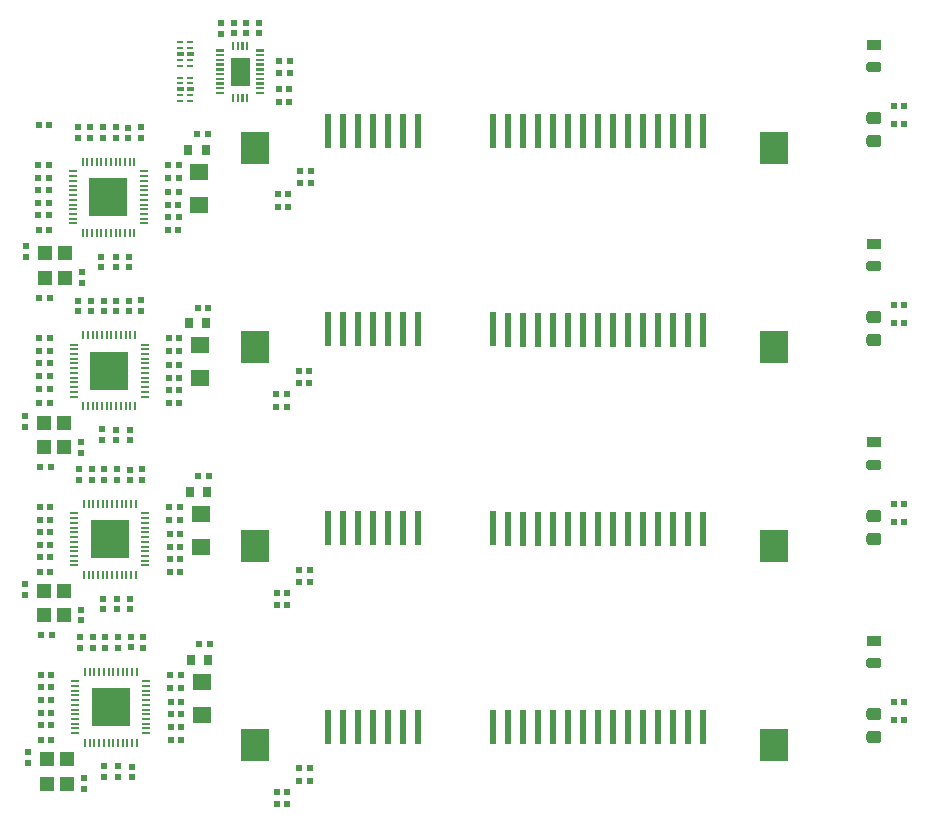
<source format=gtp>
G04*
G04 #@! TF.GenerationSoftware,Altium Limited,Altium Designer,24.0.1 (36)*
G04*
G04 Layer_Color=8421504*
%FSLAX44Y44*%
%MOMM*%
G71*
G04*
G04 #@! TF.SameCoordinates,86479D1D-582F-4F93-B16F-34CC7BD45DDA*
G04*
G04*
G04 #@! TF.FilePolarity,Positive*
G04*
G01*
G75*
%ADD18R,2.4000X2.8000*%
%ADD19R,0.6000X2.9000*%
%ADD20O,0.7000X0.2000*%
%ADD21O,0.2000X0.7000*%
%ADD22R,3.3000X3.3000*%
%ADD23R,0.5000X0.5000*%
%ADD24R,0.5000X0.5000*%
%ADD25R,1.6500X1.4000*%
%ADD26R,0.5650X0.2000*%
%ADD27R,1.2000X1.3000*%
%ADD28R,0.7500X0.8500*%
G04:AMPARAMS|DCode=29|XSize=1.27mm|YSize=1.016mm|CornerRadius=0.254mm|HoleSize=0mm|Usage=FLASHONLY|Rotation=180.000|XOffset=0mm|YOffset=0mm|HoleType=Round|Shape=RoundedRectangle|*
%AMROUNDEDRECTD29*
21,1,1.2700,0.5080,0,0,180.0*
21,1,0.7620,1.0160,0,0,180.0*
1,1,0.5080,-0.3810,0.2540*
1,1,0.5080,0.3810,0.2540*
1,1,0.5080,0.3810,-0.2540*
1,1,0.5080,-0.3810,-0.2540*
%
%ADD29ROUNDEDRECTD29*%
G04:AMPARAMS|DCode=30|XSize=1.27mm|YSize=0.889mm|CornerRadius=0mm|HoleSize=0mm|Usage=FLASHONLY|Rotation=0.000|XOffset=0mm|YOffset=0mm|HoleType=Round|Shape=Octagon|*
%AMOCTAGOND30*
4,1,8,0.6350,-0.2223,0.6350,0.2223,0.4128,0.4445,-0.4128,0.4445,-0.6350,0.2223,-0.6350,-0.2223,-0.4128,-0.4445,0.4128,-0.4445,0.6350,-0.2223,0.0*
%
%ADD30OCTAGOND30*%

%ADD31R,1.2700X0.8890*%
G36*
X211978Y644103D02*
X209979D01*
Y651104D01*
X211978D01*
Y644103D01*
D02*
G37*
G36*
X207978D02*
X205978D01*
Y651104D01*
X207978D01*
Y644103D01*
D02*
G37*
G36*
X203978D02*
X201978D01*
Y651104D01*
X203978D01*
Y644103D01*
D02*
G37*
G36*
X199977D02*
X197977D01*
Y651104D01*
X199977D01*
Y644103D01*
D02*
G37*
G36*
X225478Y642604D02*
X218477D01*
Y644604D01*
X225478D01*
Y642604D01*
D02*
G37*
G36*
X191478Y642601D02*
X184478D01*
Y644602D01*
X191478D01*
Y642601D01*
D02*
G37*
G36*
X165607Y638628D02*
X159957D01*
Y642228D01*
X165607D01*
Y638628D01*
D02*
G37*
G36*
X157257D02*
X151607D01*
Y642228D01*
X157257D01*
Y638628D01*
D02*
G37*
G36*
X225478Y638601D02*
X218478D01*
Y640602D01*
X225478D01*
Y638601D01*
D02*
G37*
G36*
X191478Y638601D02*
X184478D01*
Y640601D01*
X191478D01*
Y638601D01*
D02*
G37*
G36*
Y634603D02*
X184478D01*
Y636603D01*
X191478D01*
Y634603D01*
D02*
G37*
G36*
X225478Y634601D02*
X218478D01*
Y636601D01*
X225478D01*
Y634601D01*
D02*
G37*
G36*
Y630603D02*
X218478D01*
Y632603D01*
X225478D01*
Y630603D01*
D02*
G37*
G36*
X191478Y630602D02*
X184478D01*
Y632603D01*
X191478D01*
Y630602D01*
D02*
G37*
G36*
X225478Y626603D02*
X218478D01*
Y628602D01*
X225478D01*
Y626603D01*
D02*
G37*
G36*
X191478Y626602D02*
X184478D01*
Y628602D01*
X191478D01*
Y626602D01*
D02*
G37*
G36*
X225478Y622602D02*
X218478D01*
Y624602D01*
X225478D01*
Y622602D01*
D02*
G37*
G36*
X191478Y622602D02*
X184478D01*
Y624602D01*
X191478D01*
Y622602D01*
D02*
G37*
G36*
X225478Y618601D02*
X218478D01*
Y620602D01*
X225478D01*
Y618601D01*
D02*
G37*
G36*
X191478Y618601D02*
X184478D01*
Y620601D01*
X191478D01*
Y618601D01*
D02*
G37*
G36*
Y614603D02*
X184478D01*
Y616603D01*
X191478D01*
Y614603D01*
D02*
G37*
G36*
X225478Y614601D02*
X218478D01*
Y616601D01*
X225478D01*
Y614601D01*
D02*
G37*
G36*
X212978Y613602D02*
X196978D01*
Y637602D01*
X212978D01*
Y613602D01*
D02*
G37*
G36*
X225478Y610603D02*
X218478D01*
Y612603D01*
X225478D01*
Y610603D01*
D02*
G37*
G36*
X191478Y610602D02*
X184478D01*
Y612603D01*
X191478D01*
Y610602D01*
D02*
G37*
G36*
X165607Y608896D02*
X159957D01*
Y612496D01*
X165607D01*
Y608896D01*
D02*
G37*
G36*
X157257D02*
X151607D01*
Y612496D01*
X157257D01*
Y608896D01*
D02*
G37*
G36*
X225478Y606603D02*
X218478D01*
Y608602D01*
X225478D01*
Y606603D01*
D02*
G37*
G36*
X191479Y606600D02*
X184478D01*
Y608601D01*
X191479D01*
Y606600D01*
D02*
G37*
G36*
X211979Y600100D02*
X209979D01*
Y607101D01*
X211979D01*
Y600100D01*
D02*
G37*
G36*
X207978D02*
X205979D01*
Y607101D01*
X207978D01*
Y600100D01*
D02*
G37*
G36*
X203978D02*
X201978D01*
Y607101D01*
X203978D01*
Y600100D01*
D02*
G37*
G36*
X199977D02*
X197978D01*
Y607101D01*
X199977D01*
Y600100D01*
D02*
G37*
D18*
X217504Y560726D02*
D03*
X656904D02*
D03*
Y55896D02*
D03*
X217504D02*
D03*
X656904Y224125D02*
D03*
X217504D02*
D03*
X656904Y392425D02*
D03*
X217504D02*
D03*
D19*
X279604Y575726D02*
D03*
X292304D02*
D03*
X305004D02*
D03*
X317703D02*
D03*
X330404D02*
D03*
X343103D02*
D03*
X355803D02*
D03*
X419304D02*
D03*
X432004D02*
D03*
X444703D02*
D03*
X457403D02*
D03*
X470103D02*
D03*
X482803D02*
D03*
X495504D02*
D03*
X508204D02*
D03*
X520904D02*
D03*
X533604D02*
D03*
X546303D02*
D03*
X559003D02*
D03*
X571703D02*
D03*
X584403D02*
D03*
X597104D02*
D03*
Y70416D02*
D03*
X584403D02*
D03*
X571703D02*
D03*
X559003D02*
D03*
X546303D02*
D03*
X533604D02*
D03*
X520904D02*
D03*
X508204D02*
D03*
X495504Y70655D02*
D03*
X482803D02*
D03*
X470103D02*
D03*
X457403D02*
D03*
X444703D02*
D03*
X432004D02*
D03*
X419304Y70896D02*
D03*
X355803D02*
D03*
X343103D02*
D03*
X330404D02*
D03*
X317703D02*
D03*
X305004D02*
D03*
X292304D02*
D03*
X279604Y71136D02*
D03*
X559003Y238645D02*
D03*
X533604D02*
D03*
X482803Y238885D02*
D03*
X470103D02*
D03*
X355803Y239125D02*
D03*
X279604Y239366D02*
D03*
X559003Y406945D02*
D03*
X533604D02*
D03*
X482803Y407186D02*
D03*
X470103D02*
D03*
X355803Y407425D02*
D03*
X279604Y407665D02*
D03*
X317703Y239125D02*
D03*
Y407425D02*
D03*
X597104Y238645D02*
D03*
X584403D02*
D03*
X571703D02*
D03*
X546303D02*
D03*
X520904D02*
D03*
X508204D02*
D03*
X495504Y238885D02*
D03*
X457403D02*
D03*
X444703D02*
D03*
X432004D02*
D03*
X419304Y239125D02*
D03*
X343103D02*
D03*
X330404D02*
D03*
X305004D02*
D03*
X292304D02*
D03*
X597104Y406945D02*
D03*
X584403D02*
D03*
X571703D02*
D03*
X546303D02*
D03*
X520904D02*
D03*
X508204D02*
D03*
X495504Y407186D02*
D03*
X457403D02*
D03*
X444703D02*
D03*
X432004D02*
D03*
X419304Y407425D02*
D03*
X343103D02*
D03*
X330404D02*
D03*
X305004D02*
D03*
X292304D02*
D03*
D20*
X63980Y350618D02*
D03*
Y354618D02*
D03*
Y362618D02*
D03*
Y358618D02*
D03*
Y378618D02*
D03*
Y382618D02*
D03*
Y370618D02*
D03*
Y374618D02*
D03*
Y390618D02*
D03*
Y394618D02*
D03*
Y386618D02*
D03*
Y366618D02*
D03*
X123980Y350618D02*
D03*
Y354618D02*
D03*
Y362618D02*
D03*
Y366618D02*
D03*
Y358618D02*
D03*
Y378618D02*
D03*
Y382618D02*
D03*
Y370618D02*
D03*
Y374618D02*
D03*
Y390618D02*
D03*
Y394618D02*
D03*
Y386618D02*
D03*
X63472Y501176D02*
D03*
Y505176D02*
D03*
X64626Y211616D02*
D03*
Y215616D02*
D03*
X65504Y69630D02*
D03*
Y73630D02*
D03*
X63472Y533176D02*
D03*
Y541176D02*
D03*
X64626Y243616D02*
D03*
Y251616D02*
D03*
X65504Y101630D02*
D03*
Y109630D02*
D03*
Y81630D02*
D03*
X64626Y223616D02*
D03*
X65504Y85630D02*
D03*
X64626Y227616D02*
D03*
X63472Y513176D02*
D03*
Y517176D02*
D03*
Y537176D02*
D03*
Y529176D02*
D03*
Y525176D02*
D03*
Y521176D02*
D03*
Y509176D02*
D03*
Y497176D02*
D03*
X123472D02*
D03*
Y501176D02*
D03*
Y505176D02*
D03*
Y509176D02*
D03*
Y513176D02*
D03*
Y517176D02*
D03*
Y521176D02*
D03*
Y525176D02*
D03*
Y529176D02*
D03*
Y533176D02*
D03*
Y537176D02*
D03*
Y541176D02*
D03*
X65504Y105630D02*
D03*
Y97630D02*
D03*
Y93630D02*
D03*
Y89630D02*
D03*
Y77630D02*
D03*
Y65630D02*
D03*
X125504D02*
D03*
Y69630D02*
D03*
Y73630D02*
D03*
Y77630D02*
D03*
Y81630D02*
D03*
Y85630D02*
D03*
Y89630D02*
D03*
Y93630D02*
D03*
Y97630D02*
D03*
Y101630D02*
D03*
Y105630D02*
D03*
Y109630D02*
D03*
X64626Y247616D02*
D03*
Y239616D02*
D03*
Y235616D02*
D03*
Y231616D02*
D03*
Y219616D02*
D03*
Y207616D02*
D03*
X124626D02*
D03*
Y211616D02*
D03*
Y215616D02*
D03*
Y219616D02*
D03*
Y223616D02*
D03*
Y227616D02*
D03*
Y231616D02*
D03*
Y235616D02*
D03*
Y239616D02*
D03*
Y243616D02*
D03*
Y247616D02*
D03*
Y251616D02*
D03*
D21*
X87980Y342618D02*
D03*
X83980D02*
D03*
X71980D02*
D03*
X79980D02*
D03*
X75980D02*
D03*
X87980Y402618D02*
D03*
X71980D02*
D03*
X83980D02*
D03*
X75980D02*
D03*
X79980D02*
D03*
X107980Y342618D02*
D03*
X103980D02*
D03*
X115980D02*
D03*
X111980D02*
D03*
X91980D02*
D03*
X99980D02*
D03*
X95980D02*
D03*
X111980Y402618D02*
D03*
X115980D02*
D03*
X95980D02*
D03*
X91980D02*
D03*
X107980D02*
D03*
X99980D02*
D03*
X103980D02*
D03*
X115472Y549176D02*
D03*
X111472D02*
D03*
X107472D02*
D03*
X103472D02*
D03*
X99472D02*
D03*
X95472D02*
D03*
X91472D02*
D03*
X87472D02*
D03*
X83472D02*
D03*
X79472D02*
D03*
X75472D02*
D03*
X71472D02*
D03*
Y489176D02*
D03*
X75472D02*
D03*
X79472D02*
D03*
X83472D02*
D03*
X87472D02*
D03*
X91472D02*
D03*
X95472D02*
D03*
X99472D02*
D03*
X103472D02*
D03*
X107472D02*
D03*
X111472D02*
D03*
X115472D02*
D03*
X117504Y117630D02*
D03*
X113504D02*
D03*
X109504D02*
D03*
X105504D02*
D03*
X101504D02*
D03*
X97504D02*
D03*
X93504D02*
D03*
X89504D02*
D03*
X85504D02*
D03*
X81504D02*
D03*
X77504D02*
D03*
X73504D02*
D03*
Y57630D02*
D03*
X77504D02*
D03*
X81504D02*
D03*
X85504D02*
D03*
X89504D02*
D03*
X93504D02*
D03*
X97504D02*
D03*
X101504D02*
D03*
X105504D02*
D03*
X109504D02*
D03*
X113504D02*
D03*
X117504D02*
D03*
X116626Y259616D02*
D03*
X112626D02*
D03*
X108626D02*
D03*
X104626D02*
D03*
X100626D02*
D03*
X96626D02*
D03*
X92626D02*
D03*
X88626D02*
D03*
X84626D02*
D03*
X80626D02*
D03*
X76626D02*
D03*
X72626D02*
D03*
Y199616D02*
D03*
X76626D02*
D03*
X80626D02*
D03*
X84626D02*
D03*
X88626D02*
D03*
X92626D02*
D03*
X96626D02*
D03*
X100626D02*
D03*
X104626D02*
D03*
X108626D02*
D03*
X112626D02*
D03*
X116626D02*
D03*
D22*
X93980Y372618D02*
D03*
X93472Y519176D02*
D03*
X95504Y87630D02*
D03*
X94626Y229616D02*
D03*
D23*
X87376Y469066D02*
D03*
Y460066D02*
D03*
X79386Y288909D02*
D03*
Y279909D02*
D03*
X113030Y37270D02*
D03*
Y28770D02*
D03*
X188976Y666932D02*
D03*
Y657932D02*
D03*
X210312Y666614D02*
D03*
X199644Y666682D02*
D03*
X221234Y666614D02*
D03*
X68072Y422911D02*
D03*
X67564Y569469D02*
D03*
X69596Y137923D02*
D03*
X68718Y279909D02*
D03*
X78232Y578469D02*
D03*
X99568Y460066D02*
D03*
Y578469D02*
D03*
X67564D02*
D03*
X71120Y447112D02*
D03*
X23622Y468702D02*
D03*
X88900Y578469D02*
D03*
X110236Y578186D02*
D03*
X112268Y146640D02*
D03*
X111390Y288626D02*
D03*
X110744Y431628D02*
D03*
X72898Y18614D02*
D03*
X25654Y40530D02*
D03*
X70358Y161108D02*
D03*
X23114Y182952D02*
D03*
X90932Y146922D02*
D03*
X69596Y146923D02*
D03*
X90054Y288908D02*
D03*
X68718Y288909D02*
D03*
X101600Y28520D02*
D03*
X89916D02*
D03*
X80264Y146923D02*
D03*
X101600D02*
D03*
X88922Y170506D02*
D03*
X100722Y288909D02*
D03*
Y170506D02*
D03*
X70104Y303022D02*
D03*
X22860Y325192D02*
D03*
X89408Y431910D02*
D03*
X68072Y431911D02*
D03*
X87884Y313762D02*
D03*
X100076Y431911D02*
D03*
Y313508D02*
D03*
X78740Y431911D02*
D03*
X199644Y658182D02*
D03*
X210312Y658114D02*
D03*
X221234D02*
D03*
X101600Y37520D02*
D03*
X88922Y179506D02*
D03*
X70358Y170108D02*
D03*
X23114Y191952D02*
D03*
X87884Y322762D02*
D03*
X100722Y179506D02*
D03*
X112036Y171010D02*
D03*
Y179510D02*
D03*
X99568Y569469D02*
D03*
X110236Y569686D02*
D03*
X110998Y460316D02*
D03*
Y468816D02*
D03*
X99568Y469066D02*
D03*
X120904Y569468D02*
D03*
Y578468D02*
D03*
X78232Y569469D02*
D03*
X88900D02*
D03*
X71120Y456112D02*
D03*
X23622Y477702D02*
D03*
X70104Y312022D02*
D03*
X22860Y334192D02*
D03*
X121412Y422982D02*
D03*
Y431982D02*
D03*
X78740Y422911D02*
D03*
X100076D02*
D03*
X89408Y422910D02*
D03*
X110744Y423128D02*
D03*
X111506Y314012D02*
D03*
Y322512D02*
D03*
X100076Y322508D02*
D03*
X122058Y279980D02*
D03*
Y288980D02*
D03*
X111390Y280126D02*
D03*
X90054Y279908D02*
D03*
X100722Y279909D02*
D03*
X112268Y138140D02*
D03*
X72898Y27614D02*
D03*
X25654Y49530D02*
D03*
X90932Y137922D02*
D03*
X89916Y37520D02*
D03*
X80264Y137923D02*
D03*
X101600D02*
D03*
X122936Y146994D02*
D03*
Y137994D02*
D03*
D24*
X144743Y366522D02*
D03*
X153244D02*
D03*
X145389Y223520D02*
D03*
X153890D02*
D03*
X146267Y81534D02*
D03*
X154768D02*
D03*
X45140Y93726D02*
D03*
X36140D02*
D03*
X43616Y368046D02*
D03*
Y378714D02*
D03*
X34108Y514604D02*
D03*
Y525272D02*
D03*
X34616Y368046D02*
D03*
Y378714D02*
D03*
X35262Y225044D02*
D03*
Y235712D02*
D03*
X36140Y83058D02*
D03*
X238070Y624332D02*
D03*
Y635000D02*
D03*
X247070D02*
D03*
Y624332D02*
D03*
X45140Y83058D02*
D03*
X44262Y225044D02*
D03*
Y235712D02*
D03*
X43108Y514604D02*
D03*
Y525272D02*
D03*
X235784Y5334D02*
D03*
X244784D02*
D03*
X235784Y16002D02*
D03*
X244784D02*
D03*
X235784Y184404D02*
D03*
X244784D02*
D03*
X238066Y599694D02*
D03*
X246566D02*
D03*
X145868Y104140D02*
D03*
X144344Y389128D02*
D03*
X144990Y246126D02*
D03*
X143836Y535686D02*
D03*
X34108Y503936D02*
D03*
X153018Y523748D02*
D03*
X34108Y535940D02*
D03*
X168474Y572516D02*
D03*
X153018Y502412D02*
D03*
X34362Y491744D02*
D03*
X34108Y546608D02*
D03*
X152836Y535686D02*
D03*
Y546354D02*
D03*
X36140Y115062D02*
D03*
X154868Y114808D02*
D03*
Y104140D02*
D03*
X35262Y257048D02*
D03*
X44516Y291084D02*
D03*
X153990Y246126D02*
D03*
X36212Y60198D02*
D03*
X36140Y104394D02*
D03*
Y72390D02*
D03*
X155050Y92202D02*
D03*
X35334Y202184D02*
D03*
X154172Y234188D02*
D03*
X35262Y246380D02*
D03*
Y214376D02*
D03*
X170506Y140970D02*
D03*
X169628Y282956D02*
D03*
X155050Y70866D02*
D03*
X154172Y212852D02*
D03*
X153344Y399796D02*
D03*
X34616Y400050D02*
D03*
X153344Y389128D02*
D03*
Y377698D02*
D03*
X34616Y357378D02*
D03*
Y389382D02*
D03*
X34688Y345186D02*
D03*
X168982Y425958D02*
D03*
X153526Y355854D02*
D03*
X246566Y610616D02*
D03*
X43362Y580644D02*
D03*
X43870Y434086D02*
D03*
X153990Y256794D02*
D03*
X45394Y149098D02*
D03*
X238066Y610616D02*
D03*
X34362Y580644D02*
D03*
X36394Y149098D02*
D03*
X35516Y291084D02*
D03*
X34870Y434086D02*
D03*
X767139Y596342D02*
D03*
Y581106D02*
D03*
Y428118D02*
D03*
Y412907D02*
D03*
Y259843D02*
D03*
Y244632D02*
D03*
Y91695D02*
D03*
Y76611D02*
D03*
X263834Y35814D02*
D03*
X254834D02*
D03*
X177474Y572516D02*
D03*
X143836Y546354D02*
D03*
X152736Y491744D02*
D03*
X144235D02*
D03*
X144018Y502412D02*
D03*
Y523748D02*
D03*
X152736Y513080D02*
D03*
X144235D02*
D03*
X43362Y491744D02*
D03*
X43108Y535940D02*
D03*
Y546608D02*
D03*
Y503936D02*
D03*
X144344Y399796D02*
D03*
X153244Y345186D02*
D03*
X144743D02*
D03*
X144526Y355854D02*
D03*
X177982Y425958D02*
D03*
X144344Y377698D02*
D03*
X43616Y357378D02*
D03*
X43688Y345186D02*
D03*
X43616Y389382D02*
D03*
Y400050D02*
D03*
X153890Y202184D02*
D03*
X145389D02*
D03*
X145172Y234188D02*
D03*
X178628Y282956D02*
D03*
X145172Y212852D02*
D03*
X144990Y256794D02*
D03*
X44262Y257048D02*
D03*
Y246380D02*
D03*
X44334Y202184D02*
D03*
X44262Y214376D02*
D03*
X758639Y76611D02*
D03*
Y91695D02*
D03*
Y244632D02*
D03*
Y259843D02*
D03*
Y412907D02*
D03*
Y428118D02*
D03*
Y581106D02*
D03*
Y596342D02*
D03*
X146267Y60198D02*
D03*
X154768D02*
D03*
X45140Y115062D02*
D03*
X145868Y114808D02*
D03*
X45212Y60198D02*
D03*
X45140Y104394D02*
D03*
Y72390D02*
D03*
X146050Y92202D02*
D03*
X179506Y140970D02*
D03*
X146050Y70866D02*
D03*
X236872Y511302D02*
D03*
X245872D02*
D03*
X235530Y341884D02*
D03*
X244530D02*
D03*
X236872Y521970D02*
D03*
X245872D02*
D03*
X235530Y352552D02*
D03*
X244530D02*
D03*
X255778Y531114D02*
D03*
X264778D02*
D03*
X254508Y361696D02*
D03*
X263508D02*
D03*
X255778Y541782D02*
D03*
X264778D02*
D03*
X254508Y372364D02*
D03*
X263508D02*
D03*
X235784Y173736D02*
D03*
X244784D02*
D03*
X254834Y193294D02*
D03*
X263834D02*
D03*
X254762Y25146D02*
D03*
X263762D02*
D03*
X254834Y203962D02*
D03*
X263834D02*
D03*
D25*
X170942Y366238D02*
D03*
Y394238D02*
D03*
X170434Y540796D02*
D03*
Y512796D02*
D03*
X171588Y251236D02*
D03*
Y223236D02*
D03*
X172466Y81250D02*
D03*
Y109250D02*
D03*
D26*
X162782Y600696D02*
D03*
Y605696D02*
D03*
Y615696D02*
D03*
Y620696D02*
D03*
Y630428D02*
D03*
Y635428D02*
D03*
Y645428D02*
D03*
Y650428D02*
D03*
X154432D02*
D03*
Y645428D02*
D03*
Y630428D02*
D03*
Y635428D02*
D03*
Y620696D02*
D03*
Y615696D02*
D03*
Y600696D02*
D03*
Y605696D02*
D03*
D27*
X41284Y43774D02*
D03*
Y22774D02*
D03*
X58284D02*
D03*
Y43774D02*
D03*
X38998Y186268D02*
D03*
Y165268D02*
D03*
X55998D02*
D03*
Y186268D02*
D03*
X38744Y328508D02*
D03*
Y307508D02*
D03*
X55744D02*
D03*
Y328508D02*
D03*
X39506Y472272D02*
D03*
Y451272D02*
D03*
X56506D02*
D03*
Y472272D02*
D03*
D28*
X161152Y559308D02*
D03*
X163184Y127762D02*
D03*
X162306Y269748D02*
D03*
X161660Y412750D02*
D03*
X175652Y559308D02*
D03*
X176160Y412750D02*
D03*
X176806Y269748D02*
D03*
X177684Y127762D02*
D03*
D29*
X741680Y81618D02*
D03*
Y62110D02*
D03*
Y249648D02*
D03*
Y230140D02*
D03*
Y417878D02*
D03*
Y398370D02*
D03*
Y586108D02*
D03*
Y566600D02*
D03*
D30*
X741679Y124619D02*
D03*
Y292849D02*
D03*
Y461079D02*
D03*
Y629311D02*
D03*
D31*
Y143619D02*
D03*
Y311849D02*
D03*
Y480079D02*
D03*
Y648311D02*
D03*
M02*

</source>
